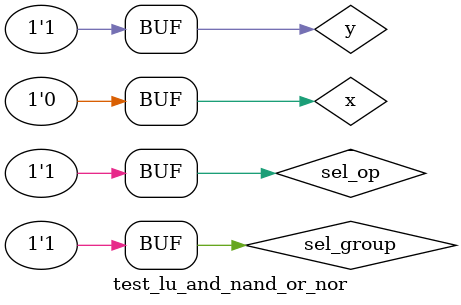
<source format=v>
module lu_and_nand_or_nor (
    output wire Y,  // Saída selecionável
    input wire A,   // Entrada A
    input wire B,   // Entrada B
    input wire sel_group,  // Seleção de grupo (0: AND/NAND, 1: OR/NOR)
    input wire sel_op      // Seleção de operação dentro do grupo (0: NAND/NOR, 1: AND/OR)
);
// Definir saídas intermediárias
wire and_result, nand_result, or_result, nor_result;

// Descrever por portas
and AND1 (and_result, A, B);      // Operação AND
nand NAND1 (nand_result, A, B);   // Operação NAND
or OR1 (or_result, A, B);         // Operação OR
nor NOR1 (nor_result, A, B);      // Operação NOR

// Seleção de operações em cada grupo
wire Y_and_nand, Y_or_nor;
and AND2 (Y_and_nand, ~sel_op, nand_result);
and AND3 (Y_and_nand, sel_op, and_result);

and AND4 (Y_or_nor, ~sel_op, nor_result);
and AND5 (Y_or_nor, sel_op, or_result);

// Seleção final entre grupos
and AND6 (Y_group, ~sel_group, Y_and_nand);
and AND7 (Y_group, sel_group, Y_or_nor);
or OR2 (Y, Y_group);

endmodule

// Módulo de teste
module test_lu_and_nand_or_nor;
reg x;
reg y;
reg sel_group;
reg sel_op;
wire z;

lu_and_nand_or_nor LU_MOD (z, x, y, sel_group, sel_op);

initial begin
    $display("Teste da LU AND/NAND OR/NOR");
    $display("x y sel_group sel_op z");
    
    // Testes
    x = 1'b0; y = 1'b1; sel_group = 1'b0; sel_op = 1'b0; // NAND
    #1 $monitor("%4b %4b %4b %4b %4b", x, y, sel_group, sel_op, z);
    #1 sel_op = 1'b1; // AND
    #1 sel_group = 1'b1; sel_op = 1'b0; // NOR
    #1 sel_op = 1'b1; // OR
end
endmodule

</source>
